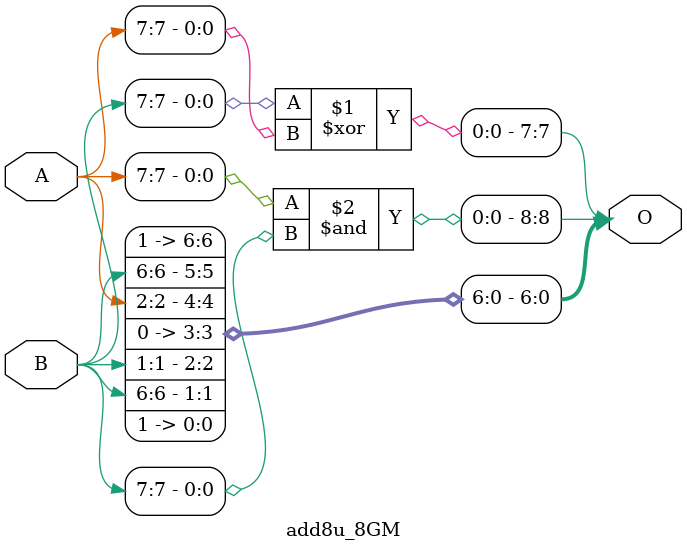
<source format=v>

/***
* This code is a part of EvoApproxLib library (ehw.fit.vutbr.cz/approxlib) distributed under The MIT License.
* When used, please cite the following article(s): V. Mrazek, L. Sekanina, Z. Vasicek "Libraries of Approximate Circuits: Automated Design and Application in CNN Accelerators" IEEE Journal on Emerging and Selected Topics in Circuits and Systems, Vol 10, No 4, 2020 
* This file contains a circuit from a sub-set of pareto optimal circuits with respect to the pwr and mre parameters
***/
// MAE% = 9.00 %
// MAE = 46 
// WCE% = 29.10 %
// WCE = 149 
// WCRE% = 6400.00 %
// EP% = 99.33 %
// MRE% = 22.62 %
// MSE = 3188 
// PDK45_PWR = 0.0015 mW
// PDK45_AREA = 8.0 um2
// PDK45_DELAY = 0.11 ns


module add8u_8GM(A, B, O);
  input [7:0] A, B;
  output [8:0] O;
  assign O[7] = B[7] ^ A[7];
  assign O[6] = 1'b1;
  assign O[3] = 1'b0;
  assign O[0] = 1'b1;
  assign O[8] = A[7] & B[7];
  assign O[1] = B[6];
  assign O[2] = B[1];
  assign O[4] = A[2];
  assign O[5] = B[6];
endmodule


</source>
